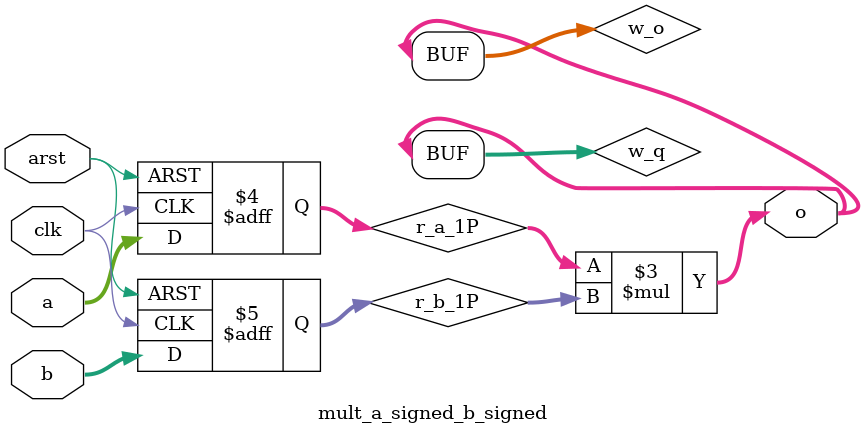
<source format=v>
module mult_wrapper
#(
	parameter	A_WIDTH		= 3,
	parameter	B_WIDTH		= 3,
	parameter	A_SIGNED	= "FALSE",
	parameter	B_SIGNED	= "FALSE",
	parameter	LATENCY		= 1
)
(
	// input
	arst,
	clk,
	
	// output
	a,
	b,
	o
);

localparam	Q_WIDTH		= A_WIDTH+B_WIDTH;

input	arst;
input	clk;
	
input	[A_WIDTH-1:0]	a;
input	[B_WIDTH-1:0]	b;
output	[Q_WIDTH-1:0]	o;

generate
	if (A_SIGNED == "TRUE" && B_SIGNED == "TRUE")
	begin
		mult_a_signed_b_signed
		#(
			.A_WIDTH(A_WIDTH),
			.B_WIDTH(B_WIDTH),
			.Q_WIDTH(Q_WIDTH),
			.LATENCY(LATENCY)
		)
		inst_mult_a_signed_b_signed
		(
			.arst(arst),
			.clk(clk),
			.a(a),
			.b(b),
			.o(o)
		);
	end
	else if (A_SIGNED == "TRUE")
	begin
		wire	[Q_WIDTH:0]w_o;
		
		mult_a_signed_b_signed
		#(
			.A_WIDTH(A_WIDTH),
			.B_WIDTH(B_WIDTH+1),
			.Q_WIDTH(Q_WIDTH+1),
			.LATENCY(LATENCY)
		)
		inst_mult_a_signed_b_unsigned
		(
			.arst(arst),
			.clk(clk),
			.a(a),
			.b({1'b0, b}),
			.o(w_o)
		);
		
		assign	o = w_o[Q_WIDTH-1:0];
	end
	else if (B_SIGNED == "TRUE")
	begin
		wire	[Q_WIDTH:0]w_o;
		
		mult_a_signed_b_signed
		#(
			.A_WIDTH(A_WIDTH+1),
			.B_WIDTH(B_WIDTH),
			.Q_WIDTH(Q_WIDTH+1),
			.LATENCY(LATENCY)
		)
		inst_mult_a_unsigned_b_signed
		(
			.arst(arst),
			.clk(clk),
			.a({1'b0, a}),
			.b(b),
			.o(w_o)
		);
		
		assign	o = w_o[Q_WIDTH-1:0];
	end
	else
	begin
		mult_a_unsigned_b_unsigned
		#(
			.A_WIDTH(A_WIDTH),
			.B_WIDTH(B_WIDTH),
			.Q_WIDTH(Q_WIDTH),
			.LATENCY(LATENCY)
		)
		inst_mult_a_unsigned_b_unsigned
		(
			.arst(arst),
			.clk(clk),
			.a(a),
			.b(b),
			.o(o)
		);
	end
endgenerate

endmodule

module mult_a_unsigned_b_unsigned
#(
	parameter	A_WIDTH		= 3,
	parameter	B_WIDTH		= 3,
	parameter	Q_WIDTH		= A_WIDTH+B_WIDTH,
	parameter	LATENCY		= 1
)
(
	input	arst,
	input	clk,
	
	input	[A_WIDTH-1:0]	a,
	input	[B_WIDTH-1:0]	b,
	output	[Q_WIDTH-1:0]	o
);

reg		[A_WIDTH-1:0]r_a_1P;
reg		[B_WIDTH-1:0]r_b_1P;
reg		[Q_WIDTH-1:0]r_q_P[LATENCY:0];

wire	[Q_WIDTH-1:0]w_q;
wire	[Q_WIDTH-1:0]w_o;

genvar i;
generate
	if (LATENCY < 1)
		assign	w_q	= a*b;
	else
	begin
		always@(posedge arst or posedge clk)
		begin
			if (arst)
			begin
				r_a_1P	<= {A_WIDTH{1'b0}};
				r_b_1P	<= {B_WIDTH{1'b0}};
			end
			else
			begin
				r_a_1P	<= a;
				r_b_1P	<= b;
			end
		end
		
		assign	w_q	= r_a_1P*r_b_1P;
	end
	
	always@(posedge arst or posedge clk)
	begin
		if (arst)
			r_q_P[0]	<= {Q_WIDTH{1'b0}};
		else
			r_q_P[0]	<= w_q;
	end
	
	for (i=1; i<LATENCY; i=i+1)
	begin: pipeline
		always@(posedge arst or posedge clk)
		begin
			if (arst)
				r_q_P[i]	<= {Q_WIDTH{1'b0}};
			else
				r_q_P[i]	<= r_q_P[i-1];
		end
	end
	
	if (LATENCY < 2)
		assign	w_o	= w_q;
	else if (LATENCY < 3)
		assign	w_o	= r_q_P[0];
	else
		assign	w_o	= r_q_P[LATENCY-2];
	
endgenerate

assign	o	= w_o;

endmodule

module mult_a_signed_b_signed
#(
	parameter	A_WIDTH		= 3,
	parameter	B_WIDTH		= 3,
	parameter	Q_WIDTH		= A_WIDTH+B_WIDTH,
	parameter	LATENCY		= 1
)
(
	input	arst,
	input	clk,
	
	input signed	[A_WIDTH-1:0]	a,
	input signed	[B_WIDTH-1:0]	b,
	output signed	[Q_WIDTH-1:0]	o
);

reg signed	[A_WIDTH-1:0]r_a_1P;
reg signed	[B_WIDTH-1:0]r_b_1P;
reg signed	[Q_WIDTH-1:0]r_q_P[LATENCY:0];

wire signed	[Q_WIDTH-1:0]w_q;
wire signed	[Q_WIDTH-1:0]w_o;

genvar i;
generate
	if (LATENCY < 1)
		assign	w_q	= a*b;
	else
	begin
		always@(posedge arst or posedge clk)
		begin
			if (arst)
			begin
				r_a_1P	<= {A_WIDTH{1'b0}};
				r_b_1P	<= {B_WIDTH{1'b0}};
			end
			else
			begin
				r_a_1P	<= a;
				r_b_1P	<= b;
			end
		end
		
		assign	w_q	= r_a_1P*r_b_1P;
	end
	
	always@(posedge arst or posedge clk)
	begin
		if (arst)
			r_q_P[0]	<= {Q_WIDTH{1'b0}};
		else
			r_q_P[0]	<= w_q;
	end
	
	for (i=1; i<LATENCY; i=i+1)
	begin: pipeline
		always@(posedge arst or posedge clk)
		begin
			if (arst)
				r_q_P[i]	<= {Q_WIDTH{1'b0}};
			else
				r_q_P[i]	<= r_q_P[i-1];
		end
	end
	
	if (LATENCY < 2)
		assign	w_o	= w_q;
	else if (LATENCY < 3)
		assign	w_o	= r_q_P[0];
	else
		assign	w_o	= r_q_P[LATENCY-2];
	
endgenerate

assign	o	= w_o;

endmodule

</source>
